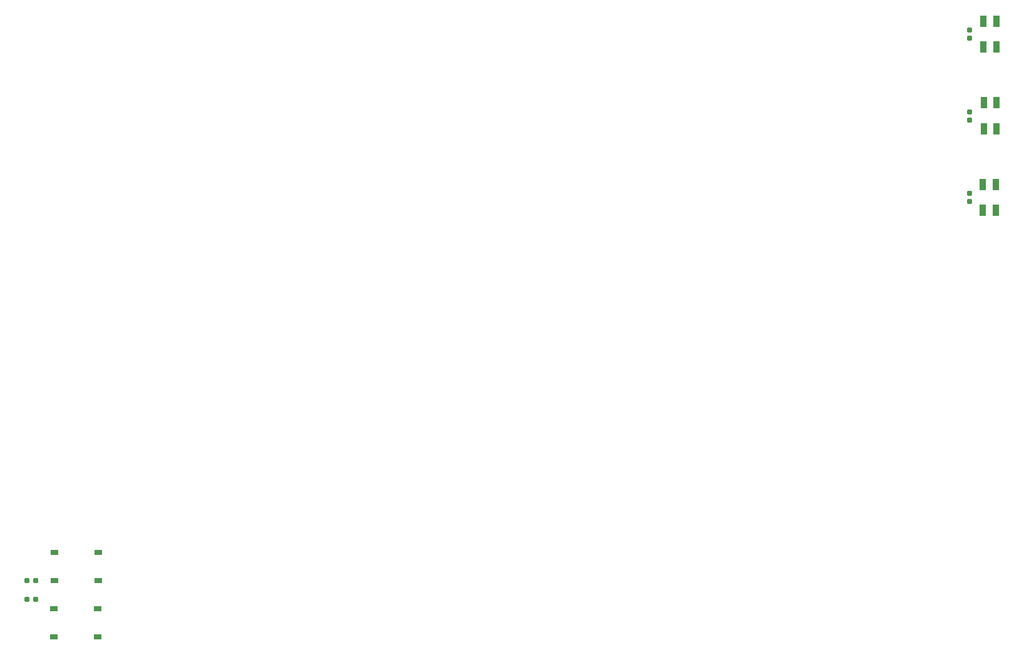
<source format=gbr>
%TF.GenerationSoftware,KiCad,Pcbnew,(6.0.6-0)*%
%TF.CreationDate,2022-07-20T23:02:43+08:00*%
%TF.ProjectId,SCO68R,53434f36-3852-42e6-9b69-6361645f7063,rev?*%
%TF.SameCoordinates,Original*%
%TF.FileFunction,Paste,Top*%
%TF.FilePolarity,Positive*%
%FSLAX46Y46*%
G04 Gerber Fmt 4.6, Leading zero omitted, Abs format (unit mm)*
G04 Created by KiCad (PCBNEW (6.0.6-0)) date 2022-07-20 23:02:43*
%MOMM*%
%LPD*%
G01*
G04 APERTURE LIST*
G04 Aperture macros list*
%AMRoundRect*
0 Rectangle with rounded corners*
0 $1 Rounding radius*
0 $2 $3 $4 $5 $6 $7 $8 $9 X,Y pos of 4 corners*
0 Add a 4 corners polygon primitive as box body*
4,1,4,$2,$3,$4,$5,$6,$7,$8,$9,$2,$3,0*
0 Add four circle primitives for the rounded corners*
1,1,$1+$1,$2,$3*
1,1,$1+$1,$4,$5*
1,1,$1+$1,$6,$7*
1,1,$1+$1,$8,$9*
0 Add four rect primitives between the rounded corners*
20,1,$1+$1,$2,$3,$4,$5,0*
20,1,$1+$1,$4,$5,$6,$7,0*
20,1,$1+$1,$6,$7,$8,$9,0*
20,1,$1+$1,$8,$9,$2,$3,0*%
G04 Aperture macros list end*
%ADD10R,1.000000X0.750000*%
%ADD11RoundRect,0.155000X0.155000X-0.212500X0.155000X0.212500X-0.155000X0.212500X-0.155000X-0.212500X0*%
%ADD12R,0.850000X1.600000*%
%ADD13RoundRect,0.155000X-0.212500X-0.155000X0.212500X-0.155000X0.212500X0.155000X-0.212500X0.155000X0*%
%ADD14RoundRect,0.160000X-0.197500X-0.160000X0.197500X-0.160000X0.197500X0.160000X-0.197500X0.160000X0*%
G04 APERTURE END LIST*
D10*
%TO.C,SW2*%
X121910900Y40295000D03*
X115910900Y40295000D03*
X121910900Y44045000D03*
X115910900Y44045000D03*
%TD*%
D11*
%TO.C,C14*%
X239740000Y113622500D03*
X239740000Y114757500D03*
%TD*%
D10*
%TO.C,SW1*%
X121822500Y32665000D03*
X115822500Y32665000D03*
X121822500Y36415000D03*
X115822500Y36415000D03*
%TD*%
D12*
%TO.C,D71*%
X243375102Y115950000D03*
X241625102Y115950000D03*
X241625102Y112450000D03*
X243375102Y112450000D03*
%TD*%
D11*
%TO.C,C12*%
X239740000Y91522500D03*
X239740000Y92657500D03*
%TD*%
D13*
%TO.C,C11*%
X112252500Y40270000D03*
X113387500Y40270000D03*
%TD*%
D12*
%TO.C,D69*%
X243275000Y93850000D03*
X241525000Y93850000D03*
X241525000Y90350000D03*
X243275000Y90350000D03*
%TD*%
D14*
%TO.C,R1*%
X112232500Y37750000D03*
X113427500Y37750000D03*
%TD*%
D12*
%TO.C,D70*%
X243380000Y104900000D03*
X241630000Y104900000D03*
X241630000Y101400000D03*
X243380000Y101400000D03*
%TD*%
D11*
%TO.C,C13*%
X239740000Y102572500D03*
X239740000Y103707500D03*
%TD*%
M02*

</source>
